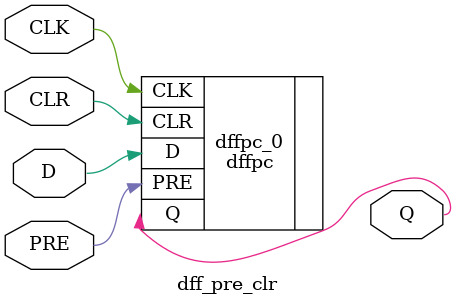
<source format=v>


`timescale 1ns / 1ns


module dff_pre_clr (
	input	CLK,
	input	CLR,
	input	D,
	input	PRE,
	output	Q
);

dffpc dffpc_0 ( .CLK(CLK) , .CLR(CLR), .D(D), .PRE(PRE), .Q(Q) )/* synthesis black_box */;
//pragma attribute dffpc_0 dont_touch true

endmodule



</source>
